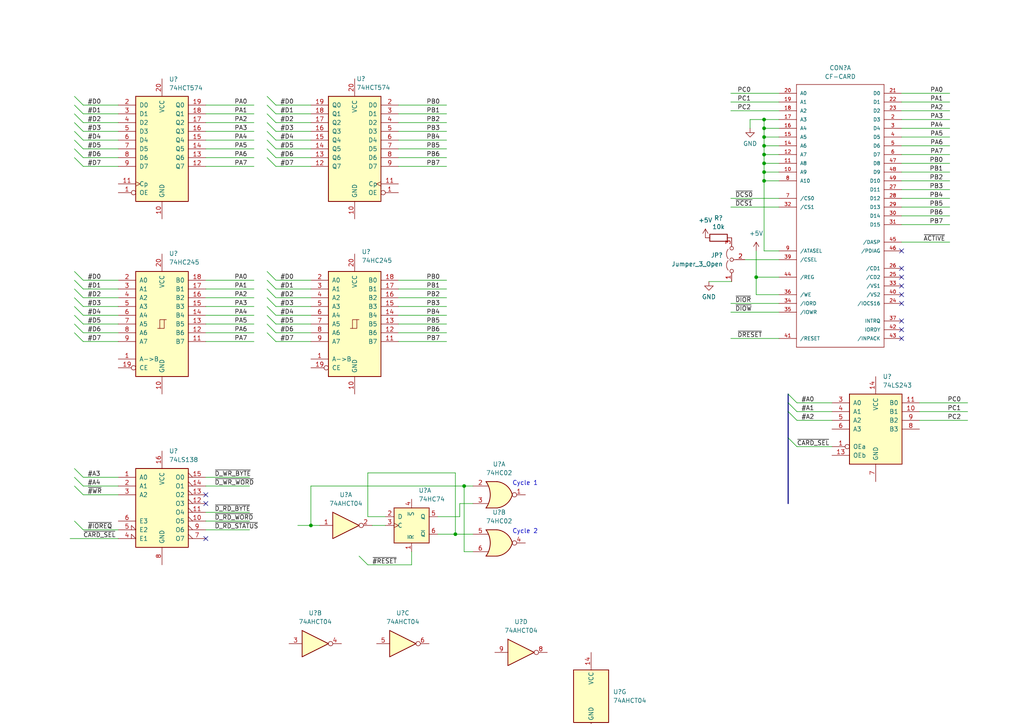
<source format=kicad_sch>
(kicad_sch (version 20211123) (generator eeschema)
  (paper "A4")
  (lib_symbols
    (symbol "74xx:74AHCT04"
      (property "Reference" "U" (at 0 1.27 0))
      (property "Value" "74AHCT04" (at 0 -1.27 0))
      (symbol "74AHCT04_1_0"
        (polyline (pts (xy -3.81 3.81) (xy -3.81 -3.81) (xy 3.81 0) (xy -3.81 3.81)) (stroke (width 0.254)) (fill (type background)))
        (pin input line (at -7.62 0 0) (length 3.81) (name "~") (number "1"))
        (pin output inverted (at 7.62 0 180) (length 3.81) (name "~") (number "2"))
      )
      (symbol "74AHCT04_2_0"
        (polyline (pts (xy -3.81 3.81) (xy -3.81 -3.81) (xy 3.81 0) (xy -3.81 3.81)) (stroke (width 0.254)) (fill (type background)))
        (pin input line (at -7.62 0 0) (length 3.81) (name "~") (number "3"))
        (pin output inverted (at 7.62 0 180) (length 3.81) (name "~") (number "4"))
      )
      (symbol "74AHCT04_3_0"
        (polyline (pts (xy -3.81 3.81) (xy -3.81 -3.81) (xy 3.81 0) (xy -3.81 3.81)) (stroke (width 0.254)) (fill (type background)))
        (pin input line (at -7.62 0 0) (length 3.81) (name "~") (number "5"))
        (pin output inverted (at 7.62 0 180) (length 3.81) (name "~") (number "6"))
      )
      (symbol "74AHCT04_4_0"
        (polyline (pts (xy -3.81 3.81) (xy -3.81 -3.81) (xy 3.81 0) (xy -3.81 3.81)) (stroke (width 0.254)) (fill (type background)))
        (pin output inverted (at 7.62 0 180) (length 3.81) (name "~") (number "8"))
        (pin input line (at -7.62 0 0) (length 3.81) (name "~") (number "9"))
      )
      (symbol "74AHCT04_5_0"
        (polyline (pts (xy -3.81 3.81) (xy -3.81 -3.81) (xy 3.81 0) (xy -3.81 3.81)) (stroke (width 0.254)) (fill (type background)))
        (pin output inverted (at 7.62 0 180) (length 3.81) (name "~") (number "10"))
        (pin input line (at -7.62 0 0) (length 3.81) (name "~") (number "11"))
      )
      (symbol "74AHCT04_6_0"
        (polyline (pts (xy -3.81 3.81) (xy -3.81 -3.81) (xy 3.81 0) (xy -3.81 3.81)) (stroke (width 0.254)) (fill (type background)))
        (pin output inverted (at 7.62 0 180) (length 3.81) (name "~") (number "12"))
        (pin input line (at -7.62 0 0) (length 3.81) (name "~") (number "13"))
      )
      (symbol "74AHCT04_7_0"
        (pin power_in line (at 0 12.7 270) (length 5.08) (name "VCC") (number "14"))
        (pin power_in line (at 0 -12.7 90) (length 5.08) (name "GND") (number "7"))
      )
      (symbol "74AHCT04_7_1"
        (rectangle (start -5.08 7.62) (end 5.08 -7.62) (stroke (width 0.254)) (fill (type background)))
      )
    )
    (symbol "74xx:74HC02" (pin_names (offset 1.016))
      (property "Reference" "U" (at 0 1.27 0))
      (property "Value" "74HC02" (at 0 -1.27 0))
      (symbol "74HC02_1_1"
        (arc (start -3.81 -3.81) (mid -2.589 0) (end -3.81 3.81) (stroke (width 0.254)))
        (arc (start -0.6096 -3.81) (mid 2.1855 -2.584) (end 3.81 0) (stroke (width 0.254)) (fill (type background)))
        (polyline (pts (xy -3.81 -3.81) (xy -0.635 -3.81)) (stroke (width 0.254)) (fill (type background)))
        (polyline (pts (xy -3.81 3.81) (xy -0.635 3.81)) (stroke (width 0.254)) (fill (type background)))
        (polyline (pts (xy -0.635 3.81) (xy -3.81 3.81) (xy -3.81 3.81) (xy -3.556 3.4036) (xy -3.0226 2.2606) (xy -2.6924 1.0414) (xy -2.6162 -0.254) (xy -2.7686 -1.4986) (xy -3.175 -2.7178) (xy -3.81 -3.81) (xy -3.81 -3.81) (xy -0.635 -3.81)) (stroke (width -25.4)) (fill (type background)))
        (arc (start 3.81 0) (mid 2.1928 2.5925) (end -0.6096 3.81) (stroke (width 0.254)) (fill (type background)))
        (pin output inverted (at 7.62 0 180) (length 3.81) (name "~") (number "1"))
        (pin input line (at -7.62 2.54 0) (length 4.318) (name "~") (number "2"))
        (pin input line (at -7.62 -2.54 0) (length 4.318) (name "~") (number "3"))
      )
      (symbol "74HC02_1_2"
        (arc (start 0 -3.81) (mid 3.81 0) (end 0 3.81) (stroke (width 0.254)) (fill (type background)))
        (polyline (pts (xy 0 3.81) (xy -3.81 3.81) (xy -3.81 -3.81) (xy 0 -3.81)) (stroke (width 0.254)) (fill (type background)))
        (pin output line (at 7.62 0 180) (length 3.81) (name "~") (number "1"))
        (pin input inverted (at -7.62 2.54 0) (length 3.81) (name "~") (number "2"))
        (pin input inverted (at -7.62 -2.54 0) (length 3.81) (name "~") (number "3"))
      )
      (symbol "74HC02_2_1"
        (arc (start -3.81 -3.81) (mid -2.589 0) (end -3.81 3.81) (stroke (width 0.254)))
        (arc (start -0.6096 -3.81) (mid 2.1855 -2.584) (end 3.81 0) (stroke (width 0.254)) (fill (type background)))
        (polyline (pts (xy -3.81 -3.81) (xy -0.635 -3.81)) (stroke (width 0.254)) (fill (type background)))
        (polyline (pts (xy -3.81 3.81) (xy -0.635 3.81)) (stroke (width 0.254)) (fill (type background)))
        (polyline (pts (xy -0.635 3.81) (xy -3.81 3.81) (xy -3.81 3.81) (xy -3.556 3.4036) (xy -3.0226 2.2606) (xy -2.6924 1.0414) (xy -2.6162 -0.254) (xy -2.7686 -1.4986) (xy -3.175 -2.7178) (xy -3.81 -3.81) (xy -3.81 -3.81) (xy -0.635 -3.81)) (stroke (width -25.4)) (fill (type background)))
        (arc (start 3.81 0) (mid 2.1928 2.5925) (end -0.6096 3.81) (stroke (width 0.254)) (fill (type background)))
        (pin output inverted (at 7.62 0 180) (length 3.81) (name "~") (number "4"))
        (pin input line (at -7.62 2.54 0) (length 4.318) (name "~") (number "5"))
        (pin input line (at -7.62 -2.54 0) (length 4.318) (name "~") (number "6"))
      )
      (symbol "74HC02_2_2"
        (arc (start 0 -3.81) (mid 3.81 0) (end 0 3.81) (stroke (width 0.254)) (fill (type background)))
        (polyline (pts (xy 0 3.81) (xy -3.81 3.81) (xy -3.81 -3.81) (xy 0 -3.81)) (stroke (width 0.254)) (fill (type background)))
        (pin output line (at 7.62 0 180) (length 3.81) (name "~") (number "4"))
        (pin input inverted (at -7.62 2.54 0) (length 3.81) (name "~") (number "5"))
        (pin input inverted (at -7.62 -2.54 0) (length 3.81) (name "~") (number "6"))
      )
      (symbol "74HC02_3_1"
        (arc (start -3.81 -3.81) (mid -2.589 0) (end -3.81 3.81) (stroke (width 0.254)))
        (arc (start -0.6096 -3.81) (mid 2.1855 -2.584) (end 3.81 0) (stroke (width 0.254)) (fill (type background)))
        (polyline (pts (xy -3.81 -3.81) (xy -0.635 -3.81)) (stroke (width 0.254)) (fill (type background)))
        (polyline (pts (xy -3.81 3.81) (xy -0.635 3.81)) (stroke (width 0.254)) (fill (type background)))
        (polyline (pts (xy -0.635 3.81) (xy -3.81 3.81) (xy -3.81 3.81) (xy -3.556 3.4036) (xy -3.0226 2.2606) (xy -2.6924 1.0414) (xy -2.6162 -0.254) (xy -2.7686 -1.4986) (xy -3.175 -2.7178) (xy -3.81 -3.81) (xy -3.81 -3.81) (xy -0.635 -3.81)) (stroke (width -25.4)) (fill (type background)))
        (arc (start 3.81 0) (mid 2.1928 2.5925) (end -0.6096 3.81) (stroke (width 0.254)) (fill (type background)))
        (pin output inverted (at 7.62 0 180) (length 3.81) (name "~") (number "10"))
        (pin input line (at -7.62 2.54 0) (length 4.318) (name "~") (number "8"))
        (pin input line (at -7.62 -2.54 0) (length 4.318) (name "~") (number "9"))
      )
      (symbol "74HC02_3_2"
        (arc (start 0 -3.81) (mid 3.81 0) (end 0 3.81) (stroke (width 0.254)) (fill (type background)))
        (polyline (pts (xy 0 3.81) (xy -3.81 3.81) (xy -3.81 -3.81) (xy 0 -3.81)) (stroke (width 0.254)) (fill (type background)))
        (pin output line (at 7.62 0 180) (length 3.81) (name "~") (number "10"))
        (pin input inverted (at -7.62 2.54 0) (length 3.81) (name "~") (number "8"))
        (pin input inverted (at -7.62 -2.54 0) (length 3.81) (name "~") (number "9"))
      )
      (symbol "74HC02_4_1"
        (arc (start -3.81 -3.81) (mid -2.589 0) (end -3.81 3.81) (stroke (width 0.254)))
        (arc (start -0.6096 -3.81) (mid 2.1855 -2.584) (end 3.81 0) (stroke (width 0.254)) (fill (type background)))
        (polyline (pts (xy -3.81 -3.81) (xy -0.635 -3.81)) (stroke (width 0.254)) (fill (type background)))
        (polyline (pts (xy -3.81 3.81) (xy -0.635 3.81)) (stroke (width 0.254)) (fill (type background)))
        (polyline (pts (xy -0.635 3.81) (xy -3.81 3.81) (xy -3.81 3.81) (xy -3.556 3.4036) (xy -3.0226 2.2606) (xy -2.6924 1.0414) (xy -2.6162 -0.254) (xy -2.7686 -1.4986) (xy -3.175 -2.7178) (xy -3.81 -3.81) (xy -3.81 -3.81) (xy -0.635 -3.81)) (stroke (width -25.4)) (fill (type background)))
        (arc (start 3.81 0) (mid 2.1928 2.5925) (end -0.6096 3.81) (stroke (width 0.254)) (fill (type background)))
        (pin input line (at -7.62 2.54 0) (length 4.318) (name "~") (number "11"))
        (pin input line (at -7.62 -2.54 0) (length 4.318) (name "~") (number "12"))
        (pin output inverted (at 7.62 0 180) (length 3.81) (name "~") (number "13"))
      )
      (symbol "74HC02_4_2"
        (arc (start 0 -3.81) (mid 3.81 0) (end 0 3.81) (stroke (width 0.254)) (fill (type background)))
        (polyline (pts (xy 0 3.81) (xy -3.81 3.81) (xy -3.81 -3.81) (xy 0 -3.81)) (stroke (width 0.254)) (fill (type background)))
        (pin input inverted (at -7.62 2.54 0) (length 3.81) (name "~") (number "11"))
        (pin input inverted (at -7.62 -2.54 0) (length 3.81) (name "~") (number "12"))
        (pin output line (at 7.62 0 180) (length 3.81) (name "~") (number "13"))
      )
      (symbol "74HC02_5_0"
        (pin power_in line (at 0 12.7 270) (length 5.08) (name "VCC") (number "14"))
        (pin power_in line (at 0 -12.7 90) (length 5.08) (name "GND") (number "7"))
      )
      (symbol "74HC02_5_1"
        (rectangle (start -5.08 7.62) (end 5.08 -7.62) (stroke (width 0.254)) (fill (type background)))
      )
    )
    (symbol "74xx:74HC245" (pin_names (offset 1.016))
      (property "Reference" "U" (at -7.62 16.51 0))
      (property "Value" "74HC245" (at -7.62 -16.51 0))
      (symbol "74HC245_1_0"
        (polyline (pts (xy -0.635 -1.27) (xy -0.635 1.27) (xy 0.635 1.27)))
        (polyline (pts (xy -1.27 -1.27) (xy 0.635 -1.27) (xy 0.635 1.27) (xy 1.27 1.27)))
        (pin input line (at -12.7 -10.16 0) (length 5.08) (name "A->B") (number "1"))
        (pin power_in line (at 0 -20.32 90) (length 5.08) (name "GND") (number "10"))
        (pin tri_state line (at 12.7 -5.08 180) (length 5.08) (name "B7") (number "11"))
        (pin tri_state line (at 12.7 -2.54 180) (length 5.08) (name "B6") (number "12"))
        (pin tri_state line (at 12.7 0 180) (length 5.08) (name "B5") (number "13"))
        (pin tri_state line (at 12.7 2.54 180) (length 5.08) (name "B4") (number "14"))
        (pin tri_state line (at 12.7 5.08 180) (length 5.08) (name "B3") (number "15"))
        (pin tri_state line (at 12.7 7.62 180) (length 5.08) (name "B2") (number "16"))
        (pin tri_state line (at 12.7 10.16 180) (length 5.08) (name "B1") (number "17"))
        (pin tri_state line (at 12.7 12.7 180) (length 5.08) (name "B0") (number "18"))
        (pin input inverted (at -12.7 -12.7 0) (length 5.08) (name "CE") (number "19"))
        (pin tri_state line (at -12.7 12.7 0) (length 5.08) (name "A0") (number "2"))
        (pin power_in line (at 0 20.32 270) (length 5.08) (name "VCC") (number "20"))
        (pin tri_state line (at -12.7 10.16 0) (length 5.08) (name "A1") (number "3"))
        (pin tri_state line (at -12.7 7.62 0) (length 5.08) (name "A2") (number "4"))
        (pin tri_state line (at -12.7 5.08 0) (length 5.08) (name "A3") (number "5"))
        (pin tri_state line (at -12.7 2.54 0) (length 5.08) (name "A4") (number "6"))
        (pin tri_state line (at -12.7 0 0) (length 5.08) (name "A5") (number "7"))
        (pin tri_state line (at -12.7 -2.54 0) (length 5.08) (name "A6") (number "8"))
        (pin tri_state line (at -12.7 -5.08 0) (length 5.08) (name "A7") (number "9"))
      )
      (symbol "74HC245_1_1"
        (rectangle (start -7.62 15.24) (end 7.62 -15.24) (stroke (width 0.254)) (fill (type background)))
      )
    )
    (symbol "74xx:74HC74" (pin_names (offset 1.016))
      (property "Reference" "U" (at -7.62 8.89 0))
      (property "Value" "74HC74" (at -7.62 -8.89 0))
      (symbol "74HC74_1_0"
        (pin input line (at 0 -7.62 90) (length 2.54) (name "~{R}") (number "1"))
        (pin input line (at -7.62 2.54 0) (length 2.54) (name "D") (number "2"))
        (pin input clock (at -7.62 0 0) (length 2.54) (name "C") (number "3"))
        (pin input line (at 0 7.62 270) (length 2.54) (name "~{S}") (number "4"))
        (pin output line (at 7.62 2.54 180) (length 2.54) (name "Q") (number "5"))
        (pin output line (at 7.62 -2.54 180) (length 2.54) (name "~{Q}") (number "6"))
      )
      (symbol "74HC74_1_1"
        (rectangle (start -5.08 5.08) (end 5.08 -5.08) (stroke (width 0.254)) (fill (type background)))
      )
      (symbol "74HC74_2_0"
        (pin input line (at 0 7.62 270) (length 2.54) (name "~{S}") (number "10"))
        (pin input clock (at -7.62 0 0) (length 2.54) (name "C") (number "11"))
        (pin input line (at -7.62 2.54 0) (length 2.54) (name "D") (number "12"))
        (pin input line (at 0 -7.62 90) (length 2.54) (name "~{R}") (number "13"))
        (pin output line (at 7.62 -2.54 180) (length 2.54) (name "~{Q}") (number "8"))
        (pin output line (at 7.62 2.54 180) (length 2.54) (name "Q") (number "9"))
      )
      (symbol "74HC74_2_1"
        (rectangle (start -5.08 5.08) (end 5.08 -5.08) (stroke (width 0.254)) (fill (type background)))
      )
      (symbol "74HC74_3_0"
        (pin power_in line (at 0 10.16 270) (length 2.54) (name "VCC") (number "14"))
        (pin power_in line (at 0 -10.16 90) (length 2.54) (name "GND") (number "7"))
      )
      (symbol "74HC74_3_1"
        (rectangle (start -5.08 7.62) (end 5.08 -7.62) (stroke (width 0.254)) (fill (type background)))
      )
    )
    (symbol "74xx:74HCT574" (pin_names (offset 1.016))
      (property "Reference" "U" (at -7.62 16.51 0))
      (property "Value" "74HCT574" (at -7.62 -16.51 0))
      (symbol "74HCT574_1_0"
        (pin input inverted (at -12.7 -12.7 0) (length 5.08) (name "OE") (number "1"))
        (pin power_in line (at 0 -20.32 90) (length 5.08) (name "GND") (number "10"))
        (pin input clock (at -12.7 -10.16 0) (length 5.08) (name "Cp") (number "11"))
        (pin tri_state line (at 12.7 -5.08 180) (length 5.08) (name "Q7") (number "12"))
        (pin tri_state line (at 12.7 -2.54 180) (length 5.08) (name "Q6") (number "13"))
        (pin tri_state line (at 12.7 0 180) (length 5.08) (name "Q5") (number "14"))
        (pin tri_state line (at 12.7 2.54 180) (length 5.08) (name "Q4") (number "15"))
        (pin tri_state line (at 12.7 5.08 180) (length 5.08) (name "Q3") (number "16"))
        (pin tri_state line (at 12.7 7.62 180) (length 5.08) (name "Q2") (number "17"))
        (pin tri_state line (at 12.7 10.16 180) (length 5.08) (name "Q1") (number "18"))
        (pin tri_state line (at 12.7 12.7 180) (length 5.08) (name "Q0") (number "19"))
        (pin input line (at -12.7 12.7 0) (length 5.08) (name "D0") (number "2"))
        (pin power_in line (at 0 20.32 270) (length 5.08) (name "VCC") (number "20"))
        (pin input line (at -12.7 10.16 0) (length 5.08) (name "D1") (number "3"))
        (pin input line (at -12.7 7.62 0) (length 5.08) (name "D2") (number "4"))
        (pin input line (at -12.7 5.08 0) (length 5.08) (name "D3") (number "5"))
        (pin input line (at -12.7 2.54 0) (length 5.08) (name "D4") (number "6"))
        (pin input line (at -12.7 0 0) (length 5.08) (name "D5") (number "7"))
        (pin input line (at -12.7 -2.54 0) (length 5.08) (name "D6") (number "8"))
        (pin input line (at -12.7 -5.08 0) (length 5.08) (name "D7") (number "9"))
      )
      (symbol "74HCT574_1_1"
        (rectangle (start -7.62 15.24) (end 7.62 -15.24) (stroke (width 0.254)) (fill (type background)))
      )
    )
    (symbol "74xx:74LS138" (pin_names (offset 1.016))
      (property "Reference" "U" (at -7.62 11.43 0))
      (property "Value" "74LS138" (at -7.62 -13.97 0))
      (symbol "74LS138_1_0"
        (pin input line (at -12.7 7.62 0) (length 5.08) (name "A0") (number "1"))
        (pin output output_low (at 12.7 -5.08 180) (length 5.08) (name "O5") (number "10"))
        (pin output output_low (at 12.7 -2.54 180) (length 5.08) (name "O4") (number "11"))
        (pin output output_low (at 12.7 0 180) (length 5.08) (name "O3") (number "12"))
        (pin output output_low (at 12.7 2.54 180) (length 5.08) (name "O2") (number "13"))
        (pin output output_low (at 12.7 5.08 180) (length 5.08) (name "O1") (number "14"))
        (pin output output_low (at 12.7 7.62 180) (length 5.08) (name "O0") (number "15"))
        (pin power_in line (at 0 15.24 270) (length 5.08) (name "VCC") (number "16"))
        (pin input line (at -12.7 5.08 0) (length 5.08) (name "A1") (number "2"))
        (pin input line (at -12.7 2.54 0) (length 5.08) (name "A2") (number "3"))
        (pin input input_low (at -12.7 -10.16 0) (length 5.08) (name "E1") (number "4"))
        (pin input input_low (at -12.7 -7.62 0) (length 5.08) (name "E2") (number "5"))
        (pin input line (at -12.7 -5.08 0) (length 5.08) (name "E3") (number "6"))
        (pin output output_low (at 12.7 -10.16 180) (length 5.08) (name "O7") (number "7"))
        (pin power_in line (at 0 -17.78 90) (length 5.08) (name "GND") (number "8"))
        (pin output output_low (at 12.7 -7.62 180) (length 5.08) (name "O6") (number "9"))
      )
      (symbol "74LS138_1_1"
        (rectangle (start -7.62 10.16) (end 7.62 -12.7) (stroke (width 0.254)) (fill (type background)))
      )
    )
    (symbol "74xx:74LS243" (pin_names (offset 1.016))
      (property "Reference" "U" (at -7.62 11.43 0))
      (property "Value" "74LS243" (at -7.62 -11.43 0))
      (symbol "74LS243_1_0"
        (pin input inverted (at -12.7 -5.08 0) (length 5.08) (name "OEa") (number "1"))
        (pin tri_state line (at 12.7 5.08 180) (length 5.08) (name "B1") (number "10"))
        (pin tri_state line (at 12.7 7.62 180) (length 5.08) (name "B0") (number "11"))
        (pin input line (at -12.7 -7.62 0) (length 5.08) (name "OEb") (number "13"))
        (pin power_in line (at 0 15.24 270) (length 5.08) (name "VCC") (number "14"))
        (pin input line (at -12.7 7.62 0) (length 5.08) (name "A0") (number "3"))
        (pin input line (at -12.7 5.08 0) (length 5.08) (name "A1") (number "4"))
        (pin input line (at -12.7 2.54 0) (length 5.08) (name "A2") (number "5"))
        (pin input line (at -12.7 0 0) (length 5.08) (name "A3") (number "6"))
        (pin power_in line (at 0 -15.24 90) (length 5.08) (name "GND") (number "7"))
        (pin tri_state line (at 12.7 0 180) (length 5.08) (name "B3") (number "8"))
        (pin tri_state line (at 12.7 2.54 180) (length 5.08) (name "B2") (number "9"))
      )
      (symbol "74LS243_1_1"
        (rectangle (start -7.62 10.16) (end 7.62 -10.16) (stroke (width 0.254)) (fill (type background)))
      )
    )
    (symbol "Device:R" (pin_numbers hide) (pin_names (offset 0))
      (property "Reference" "R" (at 2.032 0 90))
      (property "Value" "R" (at 0 0 90))
      (symbol "R_0_1"
        (rectangle (start -1.016 -2.54) (end 1.016 2.54) (stroke (width 0.254)))
      )
      (symbol "R_1_1"
        (pin passive line (at 0 3.81 270) (length 1.27) (name "~") (number "1"))
        (pin passive line (at 0 -3.81 90) (length 1.27) (name "~") (number "2"))
      )
    )
    (symbol "Jumper:Jumper_3_Open" (pin_names (offset 0) hide)
      (property "Reference" "JP" (at -2.54 -2.54 0))
      (property "Value" "Jumper_3_Open" (at 0 2.794 0))
      (symbol "Jumper_3_Open_0_0"
        (circle (center -3.302 0) (radius 0.508))
        (circle (center 0 0) (radius 0.508))
        (circle (center 3.302 0) (radius 0.508))
      )
      (symbol "Jumper_3_Open_0_1"
        (arc (start -0.254 1.016) (mid -1.651 1.4992) (end -3.048 1.016))
        (polyline (pts (xy 0 -0.508) (xy 0 -1.27)))
        (arc (start 3.048 1.016) (mid 1.651 1.4992) (end 0.254 1.016))
      )
      (symbol "Jumper_3_Open_1_1"
        (pin passive line (at -6.35 0 0) (length 2.54) (name "A") (number "1"))
        (pin passive line (at 0 -3.81 90) (length 2.54) (name "C") (number "2"))
        (pin passive line (at 6.35 0 180) (length 2.54) (name "B") (number "3"))
      )
    )
    (symbol "cfcard:CF-CARD" (pin_names (offset 1.016))
      (property "Reference" "CON" (at -12.7 39.37 0))
      (property "Value" "CF-CARD" (at -12.7 -40.64 0))
      (symbol "CF-CARD_1_0"
        (polyline (pts (xy -12.7 -38.1) (xy 12.7 -38.1)))
        (polyline (pts (xy -12.7 38.1) (xy -12.7 -38.1)))
        (polyline (pts (xy 12.7 -38.1) (xy 12.7 38.1)))
        (polyline (pts (xy 12.7 38.1) (xy -12.7 38.1)))
      )
      (symbol "CF-CARD_1_1"
        (pin input line (at -17.78 12.7 0) (length 5.08) (name "A9") (number "10"))
        (pin input line (at -17.78 15.24 0) (length 5.08) (name "A8") (number "11"))
        (pin input line (at -17.78 17.78 0) (length 5.08) (name "A7") (number "12"))
        (pin input line (at -17.78 20.32 0) (length 5.08) (name "A6") (number "14"))
        (pin input line (at -17.78 22.86 0) (length 5.08) (name "A5") (number "15"))
        (pin input line (at -17.78 25.4 0) (length 5.08) (name "A4") (number "16"))
        (pin input line (at -17.78 27.94 0) (length 5.08) (name "A3") (number "17"))
        (pin input line (at -17.78 30.48 0) (length 5.08) (name "A2") (number "18"))
        (pin input line (at -17.78 33.02 0) (length 5.08) (name "A1") (number "19"))
        (pin bidirectional line (at 17.78 27.94 180) (length 5.08) (name "D3") (number "2"))
        (pin input line (at -17.78 35.56 0) (length 5.08) (name "A0") (number "20"))
        (pin bidirectional line (at 17.78 35.56 180) (length 5.08) (name "D0") (number "21"))
        (pin bidirectional line (at 17.78 33.02 180) (length 5.08) (name "D1") (number "22"))
        (pin bidirectional line (at 17.78 30.48 180) (length 5.08) (name "D2") (number "23"))
        (pin output line (at 17.78 -25.4 180) (length 5.08) (name "/IOCS16") (number "24"))
        (pin output line (at 17.78 -17.78 180) (length 5.08) (name "/CD2") (number "25"))
        (pin output line (at 17.78 -15.24 180) (length 5.08) (name "/CD1") (number "26"))
        (pin bidirectional line (at 17.78 7.62 180) (length 5.08) (name "D11") (number "27"))
        (pin bidirectional line (at 17.78 5.08 180) (length 5.08) (name "D12") (number "28"))
        (pin bidirectional line (at 17.78 2.54 180) (length 5.08) (name "D13") (number "29"))
        (pin bidirectional line (at 17.78 25.4 180) (length 5.08) (name "D4") (number "3"))
        (pin bidirectional line (at 17.78 0 180) (length 5.08) (name "D14") (number "30"))
        (pin bidirectional line (at 17.78 -2.54 180) (length 5.08) (name "D15") (number "31"))
        (pin input line (at -17.78 2.54 0) (length 5.08) (name "/CS1") (number "32"))
        (pin output line (at 17.78 -20.32 180) (length 5.08) (name "/VS1") (number "33"))
        (pin input line (at -17.78 -25.4 0) (length 5.08) (name "/IORD") (number "34"))
        (pin input line (at -17.78 -27.94 0) (length 5.08) (name "/IOWR") (number "35"))
        (pin input line (at -17.78 -22.86 0) (length 5.08) (name "/WE") (number "36"))
        (pin output line (at 17.78 -30.48 180) (length 5.08) (name "INTRQ") (number "37"))
        (pin input line (at -17.78 -12.7 0) (length 5.08) (name "/CSEL") (number "39"))
        (pin bidirectional line (at 17.78 22.86 180) (length 5.08) (name "D5") (number "4"))
        (pin output line (at 17.78 -22.86 180) (length 5.08) (name "/VS2") (number "40"))
        (pin input line (at -17.78 -35.56 0) (length 5.08) (name "/RESET") (number "41"))
        (pin output line (at 17.78 -33.02 180) (length 5.08) (name "IORDY") (number "42"))
        (pin output line (at 17.78 -35.56 180) (length 5.08) (name "/INPACK") (number "43"))
        (pin input line (at -17.78 -17.78 0) (length 5.08) (name "/REG") (number "44"))
        (pin bidirectional line (at 17.78 -7.62 180) (length 5.08) (name "/DASP") (number "45"))
        (pin bidirectional line (at 17.78 -10.16 180) (length 5.08) (name "/PDIAG") (number "46"))
        (pin bidirectional line (at 17.78 15.24 180) (length 5.08) (name "D8") (number "47"))
        (pin bidirectional line (at 17.78 12.7 180) (length 5.08) (name "D9") (number "48"))
        (pin bidirectional line (at 17.78 10.16 180) (length 5.08) (name "D10") (number "49"))
        (pin bidirectional line (at 17.78 20.32 180) (length 5.08) (name "D6") (number "5"))
        (pin bidirectional line (at 17.78 17.78 180) (length 5.08) (name "D7") (number "6"))
        (pin input line (at -17.78 5.08 0) (length 5.08) (name "/CS0") (number "7"))
        (pin input line (at -17.78 10.16 0) (length 5.08) (name "A10") (number "8"))
        (pin input line (at -17.78 -10.16 0) (length 5.08) (name "/ATASEL") (number "9"))
      )
      (symbol "CF-CARD_2_0"
        (text "GND" (at 0 -3.556 0) (effects (font (size 1.778 1.778))))
        (text "VCC" (at 0.127 3.81 0) (effects (font (size 1.778 1.778))))
      )
      (symbol "CF-CARD_2_1"
        (pin power_in line (at -2.54 -7.62 90) (length 2.54) (name "GND1") (number "1"))
        (pin power_in line (at 2.54 7.62 270) (length 2.54) (name "VCC2") (number "13"))
        (pin power_in line (at -2.54 7.62 270) (length 2.54) (name "VCC1") (number "38"))
        (pin power_in line (at 2.54 -7.62 90) (length 2.54) (name "GND2") (number "50"))
      )
    )
    (symbol "power:+5V" (power) (pin_names (offset 0))
      (property "Value" "+5V" (at 0 3.556 0))
      (symbol "+5V_0_1"
        (polyline (pts (xy -0.762 1.27) (xy 0 2.54)))
        (polyline (pts (xy 0 0) (xy 0 2.54)))
        (polyline (pts (xy 0 2.54) (xy 0.762 1.27)))
      )
      (symbol "+5V_1_1"
        (pin power_in line (at 0 0 90) (length 0) hide (name "+5V") (number "1"))
      )
    )
    (symbol "power:GND" (power) (pin_names (offset 0))
      (property "Value" "GND" (at 0 -3.81 0))
      (symbol "GND_0_1"
        (polyline (pts (xy 0 0) (xy 0 -1.27) (xy 1.27 -1.27) (xy 0 -2.54) (xy -1.27 -1.27) (xy 0 -1.27)))
      )
      (symbol "GND_1_1"
        (pin power_in line (at 0 0 270) (length 0) hide (name "GND") (number "1"))
      )
    )
  )
  (junction (at 221.615 52.451))
  (junction (at 221.615 44.831))
  (junction (at 221.615 47.371))
  (junction (at 221.615 49.911))
  (junction (at 221.615 37.211))
  (junction (at 90.17 152.4))
  (junction (at 132.08 154.94))
  (junction (at 221.615 39.751))
  (junction (at 221.615 42.291))
  (junction (at 134.62 140.97))
  (junction (at 221.615 34.671))
  (junction (at 219.329 80.391))
  (no_connect (at 261.493 80.391))
  (no_connect (at 59.69 146.05))
  (no_connect (at 59.69 143.51))
  (no_connect (at 59.69 156.21))
  (no_connect (at 261.493 93.091))
  (no_connect (at 261.493 82.931))
  (no_connect (at 261.493 88.011))
  (no_connect (at 261.493 95.631))
  (no_connect (at 261.493 85.471))
  (no_connect (at 261.493 98.171))
  (no_connect (at 261.493 72.771))
  (no_connect (at 261.493 77.851))
  (bus_entry (at 24.13 35.56) (size -2.54 -2.54))
  (bus_entry (at 80.01 48.26) (size -2.54 -2.54))
  (bus_entry (at 80.01 81.28) (size -2.54 -2.54))
  (bus_entry (at 318.77 114.3) (size -2.54 -2.54))
  (bus_entry (at 80.01 93.98) (size -2.54 -2.54))
  (bus_entry (at 24.13 93.98) (size -2.54 -2.54))
  (bus_entry (at 318.77 111.76) (size -2.54 -2.54))
  (bus_entry (at 228.6 114.3) (size 2.54 2.54))
  (bus_entry (at 80.01 45.72) (size -2.54 -2.54))
  (bus_entry (at 24.13 45.72) (size -2.54 -2.54))
  (bus_entry (at 21.59 151.13) (size 2.54 2.54))
  (bus_entry (at 318.77 109.22) (size -2.54 -2.54))
  (bus_entry (at 228.6 119.38) (size 2.54 2.54))
  (bus_entry (at 24.13 43.18) (size -2.54 -2.54))
  (bus_entry (at 21.59 135.89) (size 2.54 2.54))
  (bus_entry (at 318.77 116.84) (size -2.54 -2.54))
  (bus_entry (at 80.01 33.02) (size -2.54 -2.54))
  (bus_entry (at 80.01 96.52) (size -2.54 -2.54))
  (bus_entry (at 228.6 127) (size 2.54 2.54))
  (bus_entry (at 318.77 99.06) (size -2.54 -2.54))
  (bus_entry (at 24.13 33.02) (size -2.54 -2.54))
  (bus_entry (at 24.13 38.1) (size -2.54 -2.54))
  (bus_entry (at 24.13 48.26) (size -2.54 -2.54))
  (bus_entry (at 104.14 161.29) (size 2.54 2.54))
  (bus_entry (at 80.01 88.9) (size -2.54 -2.54))
  (bus_entry (at 80.01 30.48) (size -2.54 -2.54))
  (bus_entry (at 24.13 96.52) (size -2.54 -2.54))
  (bus_entry (at 21.59 140.97) (size 2.54 2.54))
  (bus_entry (at 21.59 138.43) (size 2.54 2.54))
  (bus_entry (at 24.13 83.82) (size -2.54 -2.54))
  (bus_entry (at 24.13 99.06) (size -2.54 -2.54))
  (bus_entry (at 24.13 88.9) (size -2.54 -2.54))
  (bus_entry (at 228.6 116.84) (size 2.54 2.54))
  (bus_entry (at 24.13 81.28) (size -2.54 -2.54))
  (bus_entry (at 24.13 40.64) (size -2.54 -2.54))
  (bus_entry (at 80.01 40.64) (size -2.54 -2.54))
  (bus_entry (at 80.01 38.1) (size -2.54 -2.54))
  (bus_entry (at 80.01 43.18) (size -2.54 -2.54))
  (bus_entry (at 80.01 86.36) (size -2.54 -2.54))
  (bus_entry (at 24.13 86.36) (size -2.54 -2.54))
  (bus_entry (at 80.01 83.82) (size -2.54 -2.54))
  (bus_entry (at 24.13 30.48) (size -2.54 -2.54))
  (bus_entry (at 80.01 99.06) (size -2.54 -2.54))
  (bus_entry (at 24.13 91.44) (size -2.54 -2.54))
  (bus_entry (at 318.77 101.6) (size -2.54 -2.54))
  (bus_entry (at 80.01 91.44) (size -2.54 -2.54))
  (bus_entry (at 318.77 104.14) (size -2.54 -2.54))
  (bus_entry (at 318.77 106.68) (size -2.54 -2.54))
  (bus_entry (at 80.01 35.56) (size -2.54 -2.54))
  (wire (pts (xy 90.17 152.4) (xy 92.71 152.4)))
  (wire (pts (xy 73.66 96.52) (xy 59.69 96.52)))
  (wire (pts (xy 221.615 52.451) (xy 221.615 72.771)))
  (wire (pts (xy 106.68 149.86) (xy 106.68 137.16)))
  (wire (pts (xy 129.54 45.72) (xy 115.57 45.72)))
  (wire (pts (xy 80.01 33.02) (xy 90.17 33.02)))
  (wire (pts (xy 225.933 37.211) (xy 221.615 37.211)))
  (wire (pts (xy 59.69 148.59) (xy 72.39 148.59)))
  (wire (pts (xy 275.463 52.451) (xy 261.493 52.451)))
  (wire (pts (xy 211.963 88.011) (xy 225.933 88.011)))
  (wire (pts (xy 354.33 99.06) (xy 364.49 99.06)))
  (wire (pts (xy 221.615 42.291) (xy 221.615 44.831)))
  (wire (pts (xy 225.933 49.911) (xy 221.615 49.911)))
  (wire (pts (xy 275.463 34.671) (xy 261.493 34.671)))
  (bus (pts (xy 228.6 119.38) (xy 228.6 116.84)))
  (wire (pts (xy 364.49 99.06) (xy 364.49 88.9)))
  (wire (pts (xy 24.13 88.9) (xy 34.29 88.9)))
  (wire (pts (xy 80.01 40.64) (xy 90.17 40.64)))
  (wire (pts (xy 354.33 101.6) (xy 367.03 101.6)))
  (wire (pts (xy 219.329 72.771) (xy 219.329 80.391)))
  (wire (pts (xy 211.963 90.551) (xy 225.933 90.551)))
  (wire (pts (xy 129.54 48.26) (xy 115.57 48.26)))
  (wire (pts (xy 364.49 88.9) (xy 367.03 88.9)))
  (wire (pts (xy 221.615 34.671) (xy 221.615 37.211)))
  (wire (pts (xy 225.933 34.671) (xy 221.615 34.671)))
  (wire (pts (xy 73.66 81.28) (xy 59.69 81.28)))
  (wire (pts (xy 80.01 48.26) (xy 90.17 48.26)))
  (wire (pts (xy 221.615 52.451) (xy 225.933 52.451)))
  (wire (pts (xy 225.933 85.471) (xy 219.329 85.471)))
  (wire (pts (xy 275.463 42.291) (xy 261.493 42.291)))
  (wire (pts (xy 90.17 152.4) (xy 90.17 140.97)))
  (wire (pts (xy 73.66 40.64) (xy 59.69 40.64)))
  (wire (pts (xy 80.01 99.06) (xy 90.17 99.06)))
  (wire (pts (xy 129.54 91.44) (xy 115.57 91.44)))
  (wire (pts (xy 133.35 146.05) (xy 137.16 146.05)))
  (wire (pts (xy 80.01 43.18) (xy 90.17 43.18)))
  (wire (pts (xy 24.13 38.1) (xy 34.29 38.1)))
  (wire (pts (xy 73.66 88.9) (xy 59.69 88.9)))
  (wire (pts (xy 396.24 88.9) (xy 382.27 88.9)))
  (wire (pts (xy 80.01 96.52) (xy 90.17 96.52)))
  (wire (pts (xy 318.77 116.84) (xy 328.93 116.84)))
  (wire (pts (xy 280.67 116.84) (xy 266.7 116.84)))
  (wire (pts (xy 129.54 40.64) (xy 115.57 40.64)))
  (wire (pts (xy 80.01 83.82) (xy 90.17 83.82)))
  (wire (pts (xy 129.54 33.02) (xy 115.57 33.02)))
  (wire (pts (xy 318.77 114.3) (xy 328.93 114.3)))
  (wire (pts (xy 280.67 121.92) (xy 266.7 121.92)))
  (wire (pts (xy 225.933 44.831) (xy 221.615 44.831)))
  (wire (pts (xy 211.963 60.071) (xy 225.933 60.071)))
  (wire (pts (xy 134.62 140.97) (xy 134.62 160.02)))
  (wire (pts (xy 24.13 143.51) (xy 34.29 143.51)))
  (wire (pts (xy 73.66 35.56) (xy 59.69 35.56)))
  (wire (pts (xy 205.613 81.661) (xy 212.217 81.661)))
  (wire (pts (xy 221.615 37.211) (xy 221.615 39.751)))
  (wire (pts (xy 225.933 47.371) (xy 221.615 47.371)))
  (wire (pts (xy 132.08 154.94) (xy 127 154.94)))
  (wire (pts (xy 80.01 91.44) (xy 90.17 91.44)))
  (wire (pts (xy 24.13 153.67) (xy 34.29 153.67)))
  (wire (pts (xy 129.54 86.36) (xy 115.57 86.36)))
  (wire (pts (xy 129.54 38.1) (xy 115.57 38.1)))
  (wire (pts (xy 24.13 91.44) (xy 34.29 91.44)))
  (bus (pts (xy 228.6 127) (xy 228.6 146.05)))
  (wire (pts (xy 73.66 91.44) (xy 59.69 91.44)))
  (wire (pts (xy 73.66 45.72) (xy 59.69 45.72)))
  (wire (pts (xy 24.13 40.64) (xy 34.29 40.64)))
  (wire (pts (xy 221.615 72.771) (xy 225.933 72.771)))
  (wire (pts (xy 275.463 70.231) (xy 261.493 70.231)))
  (wire (pts (xy 80.01 86.36) (xy 90.17 86.36)))
  (wire (pts (xy 280.67 119.38) (xy 266.7 119.38)))
  (wire (pts (xy 275.463 37.211) (xy 261.493 37.211)))
  (wire (pts (xy 275.463 62.611) (xy 261.493 62.611)))
  (wire (pts (xy 221.615 39.751) (xy 221.615 42.291)))
  (wire (pts (xy 275.463 44.831) (xy 261.493 44.831)))
  (wire (pts (xy 24.13 43.18) (xy 34.29 43.18)))
  (wire (pts (xy 80.01 38.1) (xy 90.17 38.1)))
  (wire (pts (xy 80.01 88.9) (xy 90.17 88.9)))
  (wire (pts (xy 318.77 109.22) (xy 328.93 109.22)))
  (wire (pts (xy 275.463 27.051) (xy 261.493 27.051)))
  (wire (pts (xy 216.027 75.311) (xy 225.933 75.311)))
  (wire (pts (xy 80.01 35.56) (xy 90.17 35.56)))
  (wire (pts (xy 231.14 119.38) (xy 241.3 119.38)))
  (wire (pts (xy 221.615 49.911) (xy 221.615 52.451)))
  (wire (pts (xy 225.933 39.751) (xy 221.615 39.751)))
  (wire (pts (xy 24.13 33.02) (xy 34.29 33.02)))
  (wire (pts (xy 137.16 140.97) (xy 134.62 140.97)))
  (wire (pts (xy 396.24 101.6) (xy 382.27 101.6)))
  (wire (pts (xy 24.13 99.06) (xy 34.29 99.06)))
  (wire (pts (xy 80.01 30.48) (xy 90.17 30.48)))
  (wire (pts (xy 129.54 43.18) (xy 115.57 43.18)))
  (wire (pts (xy 225.933 80.391) (xy 219.329 80.391)))
  (wire (pts (xy 80.01 81.28) (xy 90.17 81.28)))
  (wire (pts (xy 211.963 29.591) (xy 225.933 29.591)))
  (wire (pts (xy 24.13 45.72) (xy 34.29 45.72)))
  (wire (pts (xy 211.963 32.131) (xy 225.933 32.131)))
  (wire (pts (xy 106.68 137.16) (xy 132.08 137.16)))
  (wire (pts (xy 24.13 93.98) (xy 34.29 93.98)))
  (wire (pts (xy 211.963 98.171) (xy 225.933 98.171)))
  (wire (pts (xy 318.77 104.14) (xy 328.93 104.14)))
  (wire (pts (xy 90.17 140.97) (xy 134.62 140.97)))
  (wire (pts (xy 318.77 111.76) (xy 328.93 111.76)))
  (wire (pts (xy 221.615 47.371) (xy 221.615 49.911)))
  (wire (pts (xy 275.463 49.911) (xy 261.493 49.911)))
  (wire (pts (xy 225.933 42.291) (xy 221.615 42.291)))
  (wire (pts (xy 318.77 101.6) (xy 328.93 101.6)))
  (wire (pts (xy 73.66 48.26) (xy 59.69 48.26)))
  (wire (pts (xy 129.54 35.56) (xy 115.57 35.56)))
  (wire (pts (xy 129.54 99.06) (xy 115.57 99.06)))
  (wire (pts (xy 80.01 93.98) (xy 90.17 93.98)))
  (wire (pts (xy 132.08 154.94) (xy 137.16 154.94)))
  (wire (pts (xy 86.36 152.4) (xy 90.17 152.4)))
  (wire (pts (xy 80.01 45.72) (xy 90.17 45.72)))
  (wire (pts (xy 73.66 93.98) (xy 59.69 93.98)))
  (wire (pts (xy 73.66 86.36) (xy 59.69 86.36)))
  (wire (pts (xy 73.66 43.18) (xy 59.69 43.18)))
  (wire (pts (xy 129.54 30.48) (xy 115.57 30.48)))
  (wire (pts (xy 221.615 44.831) (xy 221.615 47.371)))
  (wire (pts (xy 275.463 54.991) (xy 261.493 54.991)))
  (wire (pts (xy 73.66 33.02) (xy 59.69 33.02)))
  (wire (pts (xy 275.463 57.531) (xy 261.493 57.531)))
  (wire (pts (xy 231.14 121.92) (xy 241.3 121.92)))
  (wire (pts (xy 106.68 163.83) (xy 119.38 163.83)))
  (wire (pts (xy 24.13 35.56) (xy 34.29 35.56)))
  (wire (pts (xy 275.463 47.371) (xy 261.493 47.371)))
  (wire (pts (xy 318.77 106.68) (xy 328.93 106.68)))
  (wire (pts (xy 231.14 116.84) (xy 241.3 116.84)))
  (bus (pts (xy 228.6 114.3) (xy 228.6 116.84)))
  (wire (pts (xy 59.69 151.13) (xy 72.39 151.13)))
  (wire (pts (xy 211.963 57.531) (xy 225.933 57.531)))
  (wire (pts (xy 217.551 34.671) (xy 221.615 34.671)))
  (wire (pts (xy 129.54 88.9) (xy 115.57 88.9)))
  (wire (pts (xy 275.463 39.751) (xy 261.493 39.751)))
  (wire (pts (xy 24.13 140.97) (xy 34.29 140.97)))
  (wire (pts (xy 24.13 48.26) (xy 34.29 48.26)))
  (wire (pts (xy 275.463 65.151) (xy 261.493 65.151)))
  (wire (pts (xy 217.551 37.211) (xy 217.551 34.671)))
  (wire (pts (xy 24.13 96.52) (xy 34.29 96.52)))
  (wire (pts (xy 73.66 30.48) (xy 59.69 30.48)))
  (wire (pts (xy 24.13 83.82) (xy 34.29 83.82)))
  (wire (pts (xy 129.54 93.98) (xy 115.57 93.98)))
  (wire (pts (xy 134.62 160.02) (xy 137.16 160.02)))
  (wire (pts (xy 59.69 153.67) (xy 72.39 153.67)))
  (wire (pts (xy 24.13 30.48) (xy 34.29 30.48)))
  (wire (pts (xy 275.463 60.071) (xy 261.493 60.071)))
  (wire (pts (xy 24.13 81.28) (xy 34.29 81.28)))
  (wire (pts (xy 127 149.86) (xy 133.35 149.86)))
  (wire (pts (xy 107.95 152.4) (xy 111.76 152.4)))
  (wire (pts (xy 73.66 38.1) (xy 59.69 38.1)))
  (wire (pts (xy 73.66 99.06) (xy 59.69 99.06)))
  (wire (pts (xy 219.329 85.471) (xy 219.329 80.391)))
  (wire (pts (xy 129.54 96.52) (xy 115.57 96.52)))
  (wire (pts (xy 24.13 138.43) (xy 34.29 138.43)))
  (wire (pts (xy 73.66 83.82) (xy 59.69 83.82)))
  (bus (pts (xy 228.6 119.38) (xy 228.6 127)))
  (wire (pts (xy 59.69 140.97) (xy 72.39 140.97)))
  (wire (pts (xy 318.77 99.06) (xy 328.93 99.06)))
  (wire (pts (xy 211.963 27.051) (xy 225.933 27.051)))
  (wire (pts (xy 133.35 149.86) (xy 133.35 146.05)))
  (wire (pts (xy 129.54 83.82) (xy 115.57 83.82)))
  (wire (pts (xy 132.08 137.16) (xy 132.08 154.94)))
  (wire (pts (xy 24.13 86.36) (xy 34.29 86.36)))
  (wire (pts (xy 129.54 81.28) (xy 115.57 81.28)))
  (wire (pts (xy 20.32 156.21) (xy 34.29 156.21)))
  (wire (pts (xy 111.76 149.86) (xy 106.68 149.86)))
  (wire (pts (xy 59.69 138.43) (xy 72.39 138.43)))
  (wire (pts (xy 275.463 32.131) (xy 261.493 32.131)))
  (wire (pts (xy 275.463 29.591) (xy 261.493 29.591)))
  (wire (pts (xy 119.38 163.83) (xy 119.38 160.02)))
  (wire (pts (xy 231.14 129.54) (xy 241.3 129.54)))
  (text "Cycle 1" (at 148.59 140.97 0) (effects (font (size 1.27 1.27)) (justify left bottom)))
  (text "Cycle 2" (at 148.59 154.94 0) (effects (font (size 1.27 1.27)) (justify left bottom)))
  (label "PB3" (at 273.558 54.991 180))
  (label "PA3" (at 273.558 34.671 180))
  (label "~{DIOR}" (at 213.233 88.011 0))
  (label "#D3" (at 25.4 38.1 0))
  (label "#D3" (at 81.28 88.9 0))
  (label "PA2" (at 273.558 32.131 180))
  (label "PA4" (at 273.558 37.211 180))
  (label "PA5" (at 273.558 39.751 180))
  (label "PA6" (at 71.755 96.52 180))
  (label "~{DCS1}" (at 394.97 101.6 180))
  (label "#D7" (at 320.04 116.84 0))
  (label "~{D_RD_BYTE}" (at 62.23 148.59 0))
  (label "PA1" (at 71.755 33.02 180))
  (label "#A4" (at 25.4 140.97 0))
  (label "#A1" (at 232.41 119.38 0))
  (label "PB4" (at 127.635 40.64 180))
  (label "#D4" (at 25.4 40.64 0))
  (label "#D1" (at 25.4 83.82 0))
  (label "PB0" (at 127.635 30.48 180))
  (label "#D7" (at 81.28 99.06 0))
  (label "~{DIOW}" (at 213.233 90.551 0))
  (label "PB3" (at 127.635 38.1 180))
  (label "#D5" (at 25.4 43.18 0))
  (label "PB2" (at 127.635 86.36 180))
  (label "#D4" (at 81.28 40.64 0))
  (label "#D3" (at 81.28 38.1 0))
  (label "~{ACTIVE}" (at 274.193 70.231 180))
  (label "PB4" (at 127.635 91.44 180))
  (label "#D4" (at 320.04 109.22 0))
  (label "#D5" (at 320.04 111.76 0))
  (label "~{#RESET}" (at 107.95 163.83 0))
  (label "PB1" (at 127.635 83.82 180))
  (label "PC1" (at 278.765 119.38 180))
  (label "PB7" (at 127.635 48.26 180))
  (label "~{CARD_SEL}" (at 231.14 129.54 0))
  (label "#D0" (at 25.4 81.28 0))
  (label "#D6" (at 81.28 96.52 0))
  (label "PA6" (at 273.558 42.291 180))
  (label "#D2" (at 81.28 35.56 0))
  (label "#D6" (at 25.4 45.72 0))
  (label "~{DCS0}" (at 394.97 88.9 180))
  (label "PC1" (at 213.868 29.591 0))
  (label "PB3" (at 127.635 88.9 180))
  (label "~{D_RD_WORD}" (at 62.23 151.13 0))
  (label "PA2" (at 71.755 86.36 180))
  (label "#D3" (at 25.4 88.9 0))
  (label "#D7" (at 25.4 99.06 0))
  (label "PA0" (at 273.558 27.051 180))
  (label "PA4" (at 71.755 91.44 180))
  (label "#D7" (at 81.28 48.26 0))
  (label "~{DCS0}" (at 213.233 57.531 0))
  (label "#D0" (at 81.28 30.48 0))
  (label "#D7" (at 25.4 48.26 0))
  (label "#D4" (at 25.4 91.44 0))
  (label "PA3" (at 71.755 38.1 180))
  (label "PA7" (at 273.558 44.831 180))
  (label "PC2" (at 213.868 32.131 0))
  (label "PB7" (at 127.635 99.06 180))
  (label "PA5" (at 71.755 43.18 180))
  (label "#D6" (at 25.4 96.52 0))
  (label "#D2" (at 320.04 104.14 0))
  (label "PB2" (at 127.635 35.56 180))
  (label "PA0" (at 71.755 30.48 180))
  (label "~{D_WR_WORD}" (at 62.23 140.97 0))
  (label "#A3" (at 25.4 138.43 0))
  (label "PA0" (at 71.755 81.28 180))
  (label "PB0" (at 127.635 81.28 180))
  (label "PA1" (at 71.755 83.82 180))
  (label "~{#IOREQ}" (at 25.4 153.67 0))
  (label "#D0" (at 25.4 30.48 0))
  (label "PB2" (at 273.558 52.451 180))
  (label "#D1" (at 81.28 83.82 0))
  (label "~{D_WR_BYTE}" (at 62.23 138.43 0))
  (label "PA1" (at 273.558 29.591 180))
  (label "PA3" (at 71.755 88.9 180))
  (label "#D6" (at 81.28 45.72 0))
  (label "~{#WR}" (at 25.4 143.51 0))
  (label "~{CARD_SEL}" (at 24.13 156.21 0))
  (label "PB1" (at 273.558 49.911 180))
  (label "PA7" (at 71.755 99.06 180))
  (label "PB6" (at 127.635 96.52 180))
  (label "#D2" (at 25.4 35.56 0))
  (label "#D4" (at 81.28 91.44 0))
  (label "PB1" (at 127.635 33.02 180))
  (label "#D3" (at 320.04 106.68 0))
  (label "#D1" (at 25.4 33.02 0))
  (label "PC2" (at 278.765 121.92 180))
  (label "~{DRESET}" (at 213.868 98.171 0))
  (label "PB5" (at 273.558 60.071 180))
  (label "~{DCS1}" (at 213.233 60.071 0))
  (label "PA4" (at 71.755 40.64 180))
  (label "PB6" (at 273.558 62.611 180))
  (label "#D0" (at 81.28 81.28 0))
  (label "PA2" (at 71.755 35.56 180))
  (label "#D1" (at 81.28 33.02 0))
  (label "#D6" (at 320.04 114.3 0))
  (label "#D2" (at 25.4 86.36 0))
  (label "PB0" (at 273.558 47.371 180))
  (label "PB6" (at 127.635 45.72 180))
  (label "#D0" (at 320.04 99.06 0))
  (label "#D5" (at 81.28 93.98 0))
  (label "#A0" (at 232.41 116.84 0))
  (label "PB7" (at 273.558 65.151 180))
  (label "#D2" (at 81.28 86.36 0))
  (label "PC0" (at 278.765 116.84 180))
  (label "PA5" (at 71.755 93.98 180))
  (label "~{D_RD_STATUS}" (at 62.23 153.67 0))
  (label "#D5" (at 81.28 43.18 0))
  (label "PB5" (at 127.635 93.98 180))
  (label "#A2" (at 232.41 121.92 0))
  (label "#D5" (at 25.4 93.98 0))
  (label "PB5" (at 127.635 43.18 180))
  (label "PB4" (at 273.558 57.531 180))
  (label "#D1" (at 320.04 101.6 0))
  (label "PC0" (at 213.868 27.051 0))
  (label "PA6" (at 71.755 45.72 180))
  (label "PA7" (at 71.755 48.26 180))
  (symbol (lib_id "74xx:74LS243") (at 254 124.46 0) (unit 1)
    (property "Reference" "U?" (at 256.0194 109.22 0) (effects (justify left)))
    (property "Value" "74LS243" (at 256.0194 111.76 0) (effects (justify left)))
    (property "Datasheet" "http://www.ti.com/lit/gpn/sn74LS243" (effects hide))
  )
  (symbol (lib_id "74xx:74AHCT04") (at 374.65 101.6 0) (unit 5)
    (property "Reference" "U?" (at 374.65 92.71 0))
    (property "Value" "74AHCT04" (at 374.65 95.25 0))
    (property "Datasheet" "https://assets.nexperia.com/documents/data-sheet/74AHC_AHCT04.pdf" (effects hide))
  )
  (symbol (lib_id "power:GND") (at 205.613 81.661 0) (unit 1)
    (property "Reference" "#PWR?" (effects hide))
    (property "Value" "GND" (at 205.613 86.106 0))
  )
  (symbol (lib_id "74xx:74HC245") (at 102.87 93.98 0) (unit 1)
    (property "Reference" "U?" (at 104.8894 73.025 0) (effects (justify left)))
    (property "Value" "74HC245" (at 104.8894 75.565 0) (effects (justify left)))
    (property "Datasheet" "http://www.ti.com/lit/gpn/sn74HC245" (effects hide))
  )
  (symbol (lib_id "74xx:74AHCT04") (at 171.45 201.93 0) (unit 7)
    (property "Reference" "U?" (at 177.8 200.6599 0) (effects (justify left)))
    (property "Value" "74AHCT04" (at 177.8 203.1999 0) (effects (justify left)))
    (property "Datasheet" "https://assets.nexperia.com/documents/data-sheet/74AHC_AHCT04.pdf" (effects hide))
  )
  (symbol (lib_id "74xx:74AHCT04") (at 116.84 186.69 0) (unit 3)
    (property "Reference" "U?" (at 116.84 177.8 0))
    (property "Value" "74AHCT04" (at 116.84 180.34 0))
    (property "Datasheet" "https://assets.nexperia.com/documents/data-sheet/74AHC_AHCT04.pdf" (effects hide))
  )
  (symbol (lib_id "cfcard:CF-CARD") (at 243.713 62.611 0) (unit 1)
    (property "Reference" "CON?" (at 243.713 19.685 0))
    (property "Value" "CF-CARD" (at 243.713 22.225 0))
    (property "Footprint" "Connector_Card:CF-Card_3M_N7E50-E516xx-30" (effects hide))
  )
  (symbol (lib_id "74xx:74HC245") (at 341.63 111.76 0) (unit 1)
    (property "Reference" "U?" (at 343.6494 91.313 0) (effects (justify left)))
    (property "Value" "74HC245" (at 343.6494 93.853 0) (effects (justify left)))
    (property "Datasheet" "http://www.ti.com/lit/gpn/sn74HC245" (effects hide))
  )
  (symbol (lib_id "power:GND") (at 217.551 37.211 0) (unit 1)
    (property "Reference" "#PWR?" (effects hide))
    (property "Value" "GND" (at 217.551 41.656 0))
  )
  (symbol (lib_id "74xx:74HC74") (at 119.38 152.4 0) (unit 1)
    (property "Reference" "U?" (at 121.3994 142.24 0) (effects (justify left)))
    (property "Value" "74HC74" (at 121.3994 144.78 0) (effects (justify left)))
    (property "Footprint" "Package_DIP:DIP-14_W7.62mm_Socket_LongPads" (effects hide))
    (property "Datasheet" "74xx/74hc_hct74.pdf" (effects hide))
  )
  (symbol (lib_id "74xx:74AHCT04") (at 151.13 189.23 0) (unit 4)
    (property "Reference" "U?" (at 151.13 180.34 0))
    (property "Value" "74AHCT04" (at 151.13 182.88 0))
    (property "Datasheet" "https://assets.nexperia.com/documents/data-sheet/74AHC_AHCT04.pdf" (effects hide))
  )
  (symbol (lib_id "74xx:74HC245") (at 46.99 93.98 0) (unit 1)
    (property "Reference" "U?" (at 49.0094 73.533 0) (effects (justify left)))
    (property "Value" "74HC245" (at 49.0094 76.073 0) (effects (justify left)))
    (property "Datasheet" "http://www.ti.com/lit/gpn/sn74HC245" (effects hide))
  )
  (symbol (lib_id "74xx:74HCT574") (at 102.87 43.18 0) (mirror y) (unit 1)
    (property "Reference" "U?" (at 103.3906 22.86 0) (effects (justify right)))
    (property "Value" "74HCT574" (at 103.3906 25.4 0) (effects (justify right)))
    (property "Datasheet" "http://www.ti.com/lit/gpn/sn74HCT574" (effects hide))
  )
  (symbol (lib_id "power:+5V") (at 219.329 72.771 0) (unit 1)
    (property "Reference" "#PWR?" (effects hide))
    (property "Value" "+5V" (at 219.329 67.691 0))
  )
  (symbol (lib_id "Jumper:Jumper_3_Open") (at 212.217 75.311 90) (unit 1)
    (property "Reference" "JP?" (at 209.677 74.0409 90) (effects (justify left)))
    (property "Value" "Jumper_3_Open" (at 209.677 76.5809 90) (effects (justify left)))
    (property "Footprint" "Connector_PinHeader_2.54mm:PinHeader_1x03_P2.54mm_Vertical" (effects hide))
  )
  (symbol (lib_id "74xx:74AHCT04") (at 374.65 88.9 0) (unit 6)
    (property "Reference" "U?" (at 374.65 80.01 0))
    (property "Value" "74AHCT04" (at 374.65 82.55 0))
    (property "Datasheet" "https://assets.nexperia.com/documents/data-sheet/74AHC_AHCT04.pdf" (effects hide))
  )
  (symbol (lib_id "74xx:74LS138") (at 46.99 146.05 0) (unit 1)
    (property "Reference" "U?" (at 49.0094 130.81 0) (effects (justify left)))
    (property "Value" "74LS138" (at 49.0094 133.35 0) (effects (justify left)))
    (property "Datasheet" "http://www.ti.com/lit/gpn/sn74LS138" (effects hide))
  )
  (symbol (lib_id "74xx:74AHCT04") (at 91.44 186.69 0) (unit 2)
    (property "Reference" "U?" (at 91.44 177.8 0))
    (property "Value" "74AHCT04" (at 91.44 180.34 0))
    (property "Datasheet" "https://assets.nexperia.com/documents/data-sheet/74AHC_AHCT04.pdf" (effects hide))
  )
  (symbol (lib_id "74xx:74AHCT04") (at 100.33 152.4 0) (unit 1)
    (property "Reference" "U?" (at 100.33 143.51 0))
    (property "Value" "74AHCT04" (at 100.33 146.05 0))
    (property "Datasheet" "https://assets.nexperia.com/documents/data-sheet/74AHC_AHCT04.pdf" (effects hide))
  )
  (symbol (lib_id "74xx:74HC02") (at 144.78 157.48 0) (unit 2)
    (property "Reference" "U?" (at 144.78 148.59 0))
    (property "Value" "74HC02" (at 144.78 151.13 0))
    (property "Datasheet" "http://www.ti.com/lit/gpn/sn74hc02" (effects hide))
  )
  (symbol (lib_id "74xx:74HC02") (at 144.78 143.51 0) (unit 1)
    (property "Reference" "U?" (at 144.78 134.62 0))
    (property "Value" "74HC02" (at 144.78 137.16 0))
    (property "Datasheet" "http://www.ti.com/lit/gpn/sn74hc02" (effects hide))
  )
  (symbol (lib_id "74xx:74HCT574") (at 46.99 43.18 0) (unit 1)
    (property "Reference" "U?" (at 49.0094 22.987 0) (effects (justify left)))
    (property "Value" "74HCT574" (at 49.0094 25.527 0) (effects (justify left)))
    (property "Datasheet" "http://www.ti.com/lit/gpn/sn74HCT574" (effects hide))
  )
  (symbol (lib_id "Device:R") (at 208.407 68.961 90) (unit 1)
    (property "Reference" "R?" (at 208.407 63.246 90))
    (property "Value" "10k" (at 208.407 65.786 90))
    (property "Footprint" "Resistor_THT:R_Axial_DIN0204_L3.6mm_D1.6mm_P7.62mm_Horizontal" (effects hide))
  )
  (symbol (lib_id "power:+5V") (at 204.597 68.961 0) (unit 1)
    (property "Reference" "#PWR?" (effects hide))
    (property "Value" "+5V" (at 204.597 63.881 0))
  )
)
</source>
